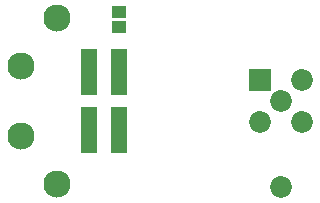
<source format=gbr>
%TF.GenerationSoftware,Altium Limited,Altium Designer,23.10.1 (27)*%
G04 Layer_Color=8388736*
%FSLAX45Y45*%
%MOMM*%
%TF.SameCoordinates,CB7B006E-185E-4101-8BB4-968F6143B1B3*%
%TF.FilePolarity,Negative*%
%TF.FileFunction,Soldermask,Top*%
%TF.Part,Single*%
G01*
G75*
%TA.AperFunction,ComponentPad*%
%ADD13C,1.85000*%
%ADD14R,1.85000X1.85000*%
%TA.AperFunction,SMDPad,CuDef*%
%ADD21R,1.47000X3.88000*%
%ADD22R,1.15000X1.05000*%
%TA.AperFunction,ComponentPad*%
%ADD23C,2.30000*%
D13*
X2900000Y570000D02*
D03*
Y1300000D02*
D03*
X3076776Y1476776D02*
D03*
X2723224Y1123224D02*
D03*
X3076776D02*
D03*
D14*
X2723224Y1476776D02*
D03*
D21*
X1527000Y1547500D02*
D03*
X1273000D02*
D03*
Y1052500D02*
D03*
X1527000D02*
D03*
D22*
X1530000Y2055000D02*
D03*
Y1925000D02*
D03*
D23*
X1000000Y600000D02*
D03*
X700000Y1000000D02*
D03*
Y1600000D02*
D03*
X1000000Y2000000D02*
D03*
%TF.MD5,d55941617860242d4e0eefbe1684cb77*%
M02*

</source>
